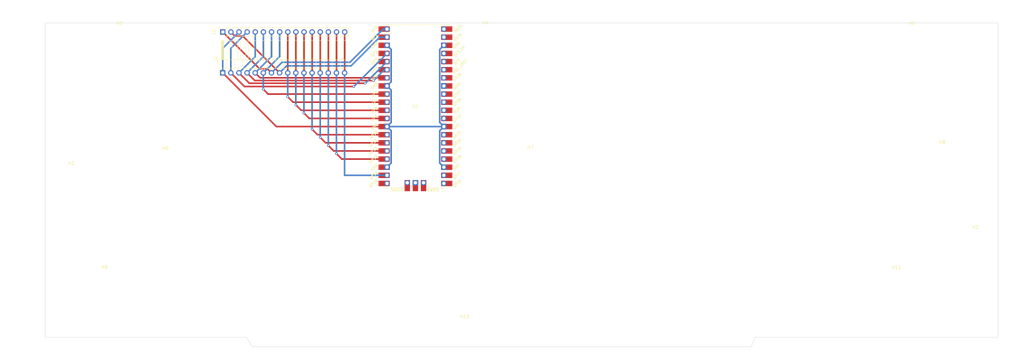
<source format=kicad_pcb>
(kicad_pcb (version 20221018) (generator pcbnew)
  (title_block (date "2023-06-10"))
  (layers (0 "F.Cu" signal) (31 "B.Cu" signal) (34 "B.Paste" user) (35 "F.Paste" user) (36 "B.SilkS" user "B.Silkscreen") (37 "F.SilkS" user "F.Silkscreen") (38 "B.Mask" user) (39 "F.Mask" user) (44 "Edge.Cuts" user))
  (net 0 "")
  (net 1 "PA0")
  (net 2 "PA1")
  (net 3 "GND")
  (net 4 "PA2")
  (net 5 "PA3")
  (net 6 "PA4")
  (net 7 "PA5")
  (net 8 "PA6")
  (net 9 "PB0")
  (net 10 "PB1")
  (net 11 "PB2")
  (net 12 "PB3")
  (net 13 "PB4")
  (net 14 "PB5")
  (net 15 "PB6")
  (net 16 "PB7")
  (footprint "MountingHole:MountingHole_3.2mm_M3" (layer "F.Cu") (at 189.357 201.295)
    (fp_text reference "H10" (at 0 -4.2) (layer "F.SilkS"))
    (fp_text value "MountingHole")
    (pad "" np_thru_hole circle locked (at 0 0) (size 3.2 3.2) (drill 3.2) (layers "*.Cu" "*.Mask"))
  )
  (footprint "MountingHole:MountingHole_3.2mm_M3" (layer "F.Cu") (at 209.9056 148.3614)
    (fp_text reference "H7" (at 0 -4.2) (layer "F.SilkS"))
    (fp_text value "MountingHole")
    (pad "" np_thru_hole circle locked (at 0 0) (size 3.2 3.2) (drill 3.2) (layers "*.Cu" "*.Mask"))
  )
  (footprint "MountingHole:MountingHole_3.2mm_M3" (layer "F.Cu") (at 81.407 109.5756)
    (fp_text reference "H3" (at 0 -4.2) (layer "F.SilkS"))
    (fp_text value "MountingHole")
    (pad "" np_thru_hole circle locked (at 0 0) (size 3.2 3.2) (drill 3.2) (layers "*.Cu" "*.Mask"))
  )
  (footprint "MountingHole:MountingHole_3.2mm_M3" (layer "F.Cu") (at 329.0824 109.5756)
    (fp_text reference "H5" (at 0 -4.2) (layer "F.SilkS"))
    (fp_text value "MountingHole")
    (pad "" np_thru_hole circle locked (at 0 0) (size 3.2 3.2) (drill 3.2) (layers "*.Cu" "*.Mask"))
  )
  (footprint "MountingHole:MountingHole_5.3mm_M5" (layer "F.Cu") (at 66.3796 155.432)
    (fp_text reference "H1" (at 0 -6.3) (layer "F.SilkS"))
    (fp_text value "MountingHole")
    (pad "" np_thru_hole circle locked (at 0 0) (size 5.3 5.3) (drill 5.3) (layers "*.Cu" "*.Mask"))
  )
  (footprint "pico:RPi_Pico_SMD_TH" (layer "F.Cu") (at 173.9646 131.3434)
    (fp_text reference "U1" (at 0 0) (layer "F.SilkS"))
    (fp_text value "Pico")
    (fp_text user "3V3" (at 12.9 -13.9 45) (layer "F.SilkS") (effects (font (size 0.8 0.8))))
    (fp_text user "GND" (at -12.8 6.35 45) (layer "F.SilkS") (effects (font (size 0.8 0.8))))
    (fp_text user "GP0" (at -12.8 -24.13 45) (layer "F.SilkS") (effects (font (size 0.8 0.8))))
    (fp_text user "GND" (at -12.8 19.05 45) (layer "F.SilkS") (effects (font (size 0.8 0.8))))
    (fp_text user "SWDIO" (at 5.6 26.2) (layer "F.SilkS") (effects (font (size 0.8 0.8))))
    (fp_text user "GP11" (at -13.2 11.43 45) (layer "F.SilkS") (effects (font (size 0.8 0.8))))
    (fp_text user "GP8" (at -12.8 1.27 45) (layer "F.SilkS") (effects (font (size 0.8 0.8))))
    (fp_text user "GP28" (at 13.054 -9.144 45) (layer "F.SilkS") (effects (font (size 0.8 0.8))))
    (fp_text user "GP14" (at -13.1 21.59 45) (layer "F.SilkS") (effects (font (size 0.8 0.8))))
    (fp_text user "VBUS" (at 13.3 -24.2 45) (layer "F.SilkS") (effects (font (size 0.8 0.8))))
    (fp_text user "GND" (at 12.8 6.35 45) (layer "F.SilkS") (effects (font (size 0.8 0.8))))
    (fp_text user "GP13" (at -13.054 16.51 45) (layer "F.SilkS") (effects (font (size 0.8 0.8))))
    (fp_text user "GND" (at 12.8 19.05 45) (layer "F.SilkS") (effects (font (size 0.8 0.8))))
    (fp_text user "GP1" (at -12.9 -21.6 45) (layer "F.SilkS") (effects (font (size 0.8 0.8))))
    (fp_text user "GP10" (at -13.054 8.89 45) (layer "F.SilkS") (effects (font (size 0.8 0.8))))
    (fp_text user "GP19" (at 13.054 13.97 45) (layer "F.SilkS") (effects (font (size 0.8 0.8))))
    (fp_text user "GP22" (at 13.054 3.81 45) (layer "F.SilkS") (effects (font (size 0.8 0.8))))
    (fp_text user "GP16" (at 13.054 24.13 45) (layer "F.SilkS") (effects (font (size 0.8 0.8))))
    (fp_text user "AGND" (at 13.054 -6.35 45) (layer "F.SilkS") (effects (font (size 0.8 0.8))))
    (fp_text user "GP7" (at -12.7 -1.3 45) (layer "F.SilkS") (effects (font (size 0.8 0.8))))
    (fp_text user "GND" (at 12.8 -19.05 45) (layer "F.SilkS") (effects (font (size 0.8 0.8))))
    (fp_text user "GP20" (at 13.054 11.43 45) (layer "F.SilkS") (effects (font (size 0.8 0.8))))
    (fp_text user "GP26" (at 13.054 -1.27 45) (layer "F.SilkS") (effects (font (size 0.8 0.8))))
    (fp_text user "GND" (at -12.8 -6.35 45) (layer "F.SilkS") (effects (font (size 0.8 0.8))))
    (fp_text user "VSYS" (at 13.2 -21.59 45) (layer "F.SilkS") (effects (font (size 0.8 0.8))))
    (fp_text user "3V3_EN" (at 13.7 -17.2 45) (layer "F.SilkS") (effects (font (size 0.8 0.8))))
    (fp_text user "GND" (at -12.8 -19.05 45) (layer "F.SilkS") (effects (font (size 0.8 0.8))))
    (fp_text user "GP6" (at -12.8 -3.81 45) (layer "F.SilkS") (effects (font (size 0.8 0.8))))
    (fp_text user "GP9" (at -12.8 3.81 45) (layer "F.SilkS") (effects (font (size 0.8 0.8))))
    (fp_text user "GP21" (at 13.054 8.9 45) (layer "F.SilkS") (effects (font (size 0.8 0.8))))
    (fp_text user "GP12" (at -13.2 13.97 45) (layer "F.SilkS") (effects (font (size 0.8 0.8))))
    (fp_text user "GP15" (at -13.054 24.13 45) (layer "F.SilkS") (effects (font (size 0.8 0.8))))
    (fp_text user "ADC_VREF" (at 14 -12.5 45) (layer "F.SilkS") (effects (font (size 0.8 0.8))))
    (fp_text user "GP18" (at 13.054 16.51 45) (layer "F.SilkS") (effects (font (size 0.8 0.8))))
    (fp_text user "GP4" (at -12.8 -11.43 45) (layer "F.SilkS") (effects (font (size 0.8 0.8))))
    (fp_text user "GP3" (at -12.8 -13.97 45) (layer "F.SilkS") (effects (font (size 0.8 0.8))))
    (fp_text user "GP2" (at -12.9 -16.51 45) (layer "F.SilkS") (effects (font (size 0.8 0.8))))
    (fp_text user "GP27" (at 13.054 -3.8 45) (layer "F.SilkS") (effects (font (size 0.8 0.8))))
    (fp_text user "SWCLK" (at -5.7 26.2) (layer "F.SilkS") (effects (font (size 0.8 0.8))))
    (fp_text user "GP5" (at -12.8 -8.89 45) (layer "F.SilkS") (effects (font (size 0.8 0.8))))
    (fp_text user "RUN" (at 13 1.27 45) (layer "F.SilkS") (effects (font (size 0.8 0.8))))
    (fp_text user "GP17" (at 13.054 21.59 45) (layer "F.SilkS") (effects (font (size 0.8 0.8))))
    (fp_line (start -10.5 -25.5) (end -10.5 -25.2) (stroke (width 0.12)) (layer "F.SilkS"))
    (fp_line (start -10.5 -25.5) (end 10.5 -25.5) (stroke (width 0.12)) (layer "F.SilkS"))
    (fp_line (start -10.5 -23.1) (end -10.5 -22.7) (stroke (width 0.12)) (layer "F.SilkS"))
    (fp_line (start -10.5 -22.833) (end -7.493 -22.833) (stroke (width 0.12)) (layer "F.SilkS"))
    (fp_line (start -10.5 -20.5) (end -10.5 -20.1) (stroke (width 0.12)) (layer "F.SilkS"))
    (fp_line (start -10.5 -18) (end -10.5 -17.6) (stroke (width 0.12)) (layer "F.SilkS"))
    (fp_line (start -10.5 -15.4) (end -10.5 -15) (stroke (width 0.12)) (layer "F.SilkS"))
    (fp_line (start -10.5 -12.9) (end -10.5 -12.5) (stroke (width 0.12)) (layer "F.SilkS"))
    (fp_line (start -10.5 -10.4) (end -10.5 -10) (stroke (width 0.12)) (layer "F.SilkS"))
    (fp_line (start -10.5 -7.8) (end -10.5 -7.4) (stroke (width 0.12)) (layer "F.SilkS"))
    (fp_line (start -10.5 -5.3) (end -10.5 -4.9) (stroke (width 0.12)) (layer "F.SilkS"))
    (fp_line (start -10.5 -2.7) (end -10.5 -2.3) (stroke (width 0.12)) (layer "F.SilkS"))
    (fp_line (start -10.5 -0.2) (end -10.5 0.2) (stroke (width 0.12)) (layer "F.SilkS"))
    (fp_line (start -10.5 2.3) (end -10.5 2.7) (stroke (width 0.12)) (layer "F.SilkS"))
    (fp_line (start -10.5 4.9) (end -10.5 5.3) (stroke (width 0.12)) (layer "F.SilkS"))
    (fp_line (start -10.5 7.4) (end -10.5 7.8) (stroke (width 0.12)) (layer "F.SilkS"))
    (fp_line (start -10.5 10) (end -10.5 10.4) (stroke (width 0.12)) (layer "F.SilkS"))
    (fp_line (start -10.5 12.5) (end -10.5 12.9) (stroke (width 0.12)) (layer "F.SilkS"))
    (fp_line (start -10.5 15.1) (end -10.5 15.5) (stroke (width 0.12)) (layer "F.SilkS"))
    (fp_line (start -10.5 17.6) (end -10.5 18) (stroke (width 0.12)) (layer "F.SilkS"))
    (fp_line (start -10.5 20.1) (end -10.5 20.5) (stroke (width 0.12)) (layer "F.SilkS"))
    (fp_line (start -10.5 22.7) (end -10.5 23.1) (stroke (width 0.12)) (layer "F.SilkS"))
    (fp_line (start -7.493 -22.833) (end -7.493 -25.5) (stroke (width 0.12)) (layer "F.SilkS"))
    (fp_line (start -3.7 25.5) (end -10.5 25.5) (stroke (width 0.12)) (layer "F.SilkS"))
    (fp_line (start -1.5 25.5) (end -1.1 25.5) (stroke (width 0.12)) (layer "F.SilkS"))
    (fp_line (start 1.1 25.5) (end 1.5 25.5) (stroke (width 0.12)) (layer "F.SilkS"))
    (fp_line (start 10.5 -25.5) (end 10.5 -25.2) (stroke (width 0.12)) (layer "F.SilkS"))
    (fp_line (start 10.5 -23.1) (end 10.5 -22.7) (stroke (width 0.12)) (layer "F.SilkS"))
    (fp_line (start 10.5 -20.5) (end 10.5 -20.1) (stroke (width 0.12)) (layer "F.SilkS"))
    (fp_line (start 10.5 -18) (end 10.5 -17.6) (stroke (width 0.12)) (layer "F.SilkS"))
    (fp_line (start 10.5 -15.4) (end 10.5 -15) (stroke (width 0.12)) (layer "F.SilkS"))
    (fp_line (start 10.5 -12.9) (end 10.5 -12.5) (stroke (width 0.12)) (layer "F.SilkS"))
    (fp_line (start 10.5 -10.4) (end 10.5 -10) (stroke (width 0.12)) (layer "F.SilkS"))
    (fp_line (start 10.5 -7.8) (end 10.5 -7.4) (stroke (width 0.12)) (layer "F.SilkS"))
    (fp_line (start 10.5 -5.3) (end 10.5 -4.9) (stroke (width 0.12)) (layer "F.SilkS"))
    (fp_line (start 10.5 -2.7) (end 10.5 -2.3) (stroke (width 0.12)) (layer "F.SilkS"))
    (fp_line (start 10.5 -0.2) (end 10.5 0.2) (stroke (width 0.12)) (layer "F.SilkS"))
    (fp_line (start 10.5 2.3) (end 10.5 2.7) (stroke (width 0.12)) (layer "F.SilkS"))
    (fp_line (start 10.5 4.9) (end 10.5 5.3) (stroke (width 0.12)) (layer "F.SilkS"))
    (fp_line (start 10.5 7.4) (end 10.5 7.8) (stroke (width 0.12)) (layer "F.SilkS"))
    (fp_line (start 10.5 10) (end 10.5 10.4) (stroke (width 0.12)) (layer "F.SilkS"))
    (fp_line (start 10.5 12.5) (end 10.5 12.9) (stroke (width 0.12)) (layer "F.SilkS"))
    (fp_line (start 10.5 15.1) (end 10.5 15.5) (stroke (width 0.12)) (layer "F.SilkS"))
    (fp_line (start 10.5 17.6) (end 10.5 18) (stroke (width 0.12)) (layer "F.SilkS"))
    (fp_line (start 10.5 20.1) (end 10.5 20.5) (stroke (width 0.12)) (layer "F.SilkS"))
    (fp_line (start 10.5 22.7) (end 10.5 23.1) (stroke (width 0.12)) (layer "F.SilkS"))
    (fp_line (start 10.5 25.5) (end 3.7 25.5) (stroke (width 0.12)) (layer "F.SilkS"))
    (pad "" np_thru_hole oval (at -2.725 -24) (size 1.8 1.8) (drill 1.8) (layers "*.Cu" "*.Mask"))
    (pad "" np_thru_hole oval (at -2.425 -20.97) (size 1.5 1.5) (drill 1.5) (layers "*.Cu" "*.Mask"))
    (pad "" np_thru_hole oval (at 2.425 -20.97) (size 1.5 1.5) (drill 1.5) (layers "*.Cu" "*.Mask"))
    (pad "" np_thru_hole oval (at 2.725 -24) (size 1.8 1.8) (drill 1.8) (layers "*.Cu" "*.Mask"))
    (pad "1" thru_hole oval (at -8.89 -24.13) (size 1.7 1.7) (drill 1.02) (layers "*.Cu" "*.Mask") (net 1 "PA0"))
    (pad "1" smd rect (at -8.89 -24.13) (size 3.5 1.7) (drill (offset -0.9 0)) (layers "F.Cu" "F.Mask") (net 1 "PA0"))
    (pad "2" thru_hole oval (at -8.89 -21.59) (size 1.7 1.7) (drill 1.02) (layers "*.Cu" "*.Mask") (net 2 "PA1"))
    (pad "2" smd rect (at -8.89 -21.59) (size 3.5 1.7) (drill (offset -0.9 0)) (layers "F.Cu" "F.Mask") (net 2 "PA1"))
    (pad "3" thru_hole rect (at -8.89 -19.05) (size 1.7 1.7) (drill 1.02) (layers "*.Cu" "*.Mask") (net 3 "GND"))
    (pad "3" smd rect (at -8.89 -19.05) (size 3.5 1.7) (drill (offset -0.9 0)) (layers "F.Cu" "F.Mask") (net 3 "GND"))
    (pad "4" thru_hole oval (at -8.89 -16.51) (size 1.7 1.7) (drill 1.02) (layers "*.Cu" "*.Mask") (net 4 "PA2"))
    (pad "4" smd rect (at -8.89 -16.51) (size 3.5 1.7) (drill (offset -0.9 0)) (layers "F.Cu" "F.Mask") (net 4 "PA2"))
    (pad "5" thru_hole oval (at -8.89 -13.97) (size 1.7 1.7) (drill 1.02) (layers "*.Cu" "*.Mask") (net 5 "PA3"))
    (pad "5" smd rect (at -8.89 -13.97) (size 3.5 1.7) (drill (offset -0.9 0)) (layers "F.Cu" "F.Mask") (net 5 "PA3"))
    (pad "6" thru_hole oval (at -8.89 -11.43) (size 1.7 1.7) (drill 1.02) (layers "*.Cu" "*.Mask") (net 6 "PA4"))
    (pad "6" smd rect (at -8.89 -11.43) (size 3.5 1.7) (drill (offset -0.9 0)) (layers "F.Cu" "F.Mask") (net 6 "PA4"))
    (pad "7" thru_hole oval (at -8.89 -8.89) (size 1.7 1.7) (drill 1.02) (layers "*.Cu" "*.Mask") (net 7 "PA5"))
    (pad "7" smd rect (at -8.89 -8.89) (size 3.5 1.7) (drill (offset -0.9 0)) (layers "F.Cu" "F.Mask") (net 7 "PA5"))
    (pad "8" thru_hole rect (at -8.89 -6.35) (size 1.7 1.7) (drill 1.02) (layers "*.Cu" "*.Mask") (net 3 "GND"))
    (pad "8" smd rect (at -8.89 -6.35) (size 3.5 1.7) (drill (offset -0.9 0)) (layers "F.Cu" "F.Mask") (net 3 "GND"))
    (pad "9" thru_hole oval (at -8.89 -3.81) (size 1.7 1.7) (drill 1.02) (layers "*.Cu" "*.Mask") (net 8 "PA6"))
    (pad "9" smd rect (at -8.89 -3.81) (size 3.5 1.7) (drill (offset -0.9 0)) (layers "F.Cu" "F.Mask") (net 8 "PA6"))
    (pad "10" thru_hole oval (at -8.89 -1.27) (size 1.7 1.7) (drill 1.02) (layers "*.Cu" "*.Mask") (net 9 "PB0"))
    (pad "10" smd rect (at -8.89 -1.27) (size 3.5 1.7) (drill (offset -0.9 0)) (layers "F.Cu" "F.Mask") (net 9 "PB0"))
    (pad "11" thru_hole oval (at -8.89 1.27) (size 1.7 1.7) (drill 1.02) (layers "*.Cu" "*.Mask") (net 10 "PB1"))
    (pad "11" smd rect (at -8.89 1.27) (size 3.5 1.7) (drill (offset -0.9 0)) (layers "F.Cu" "F.Mask") (net 10 "PB1"))
    (pad "12" thru_hole oval (at -8.89 3.81) (size 1.7 1.7) (drill 1.02) (layers "*.Cu" "*.Mask") (net 11 "PB2"))
    (pad "12" smd rect (at -8.89 3.81) (size 3.5 1.7) (drill (offset -0.9 0)) (layers "F.Cu" "F.Mask") (net 11 "PB2"))
    (pad "13" thru_hole rect (at -8.89 6.35) (size 1.7 1.7) (drill 1.02) (layers "*.Cu" "*.Mask") (net 3 "GND"))
    (pad "13" smd rect (at -8.89 6.35) (size 3.5 1.7) (drill (offset -0.9 0)) (layers "F.Cu" "F.Mask") (net 3 "GND"))
    (pad "14" thru_hole oval (at -8.89 8.89) (size 1.7 1.7) (drill 1.02) (layers "*.Cu" "*.Mask") (net 12 "PB3"))
    (pad "14" smd rect (at -8.89 8.89) (size 3.5 1.7) (drill (offset -0.9 0)) (layers "F.Cu" "F.Mask") (net 12 "PB3"))
    (pad "15" thru_hole oval (at -8.89 11.43) (size 1.7 1.7) (drill 1.02) (layers "*.Cu" "*.Mask") (net 13 "PB4"))
    (pad "15" smd rect (at -8.89 11.43) (size 3.5 1.7) (drill (offset -0.9 0)) (layers "F.Cu" "F.Mask") (net 13 "PB4"))
    (pad "16" thru_hole oval (at -8.89 13.97) (size 1.7 1.7) (drill 1.02) (layers "*.Cu" "*.Mask") (net 14 "PB5"))
    (pad "16" smd rect (at -8.89 13.97) (size 3.5 1.7) (drill (offset -0.9 0)) (layers "F.Cu" "F.Mask") (net 14 "PB5"))
    (pad "17" thru_hole oval (at -8.89 16.51) (size 1.7 1.7) (drill 1.02) (layers "*.Cu" "*.Mask") (net 15 "PB6"))
    (pad "17" smd rect (at -8.89 16.51) (size 3.5 1.7) (drill (offset -0.9 0)) (layers "F.Cu" "F.Mask") (net 15 "PB6"))
    (pad "18" thru_hole rect (at -8.89 19.05) (size 1.7 1.7) (drill 1.02) (layers "*.Cu" "*.Mask") (net 3 "GND"))
    (pad "18" smd rect (at -8.89 19.05) (size 3.5 1.7) (drill (offset -0.9 0)) (layers "F.Cu" "F.Mask") (net 3 "GND"))
    (pad "19" thru_hole oval (at -8.89 21.59) (size 1.7 1.7) (drill 1.02) (layers "*.Cu" "*.Mask") (net 16 "PB7"))
    (pad "19" smd rect (at -8.89 21.59) (size 3.5 1.7) (drill (offset -0.9 0)) (layers "F.Cu" "F.Mask") (net 16 "PB7"))
    (pad "20" thru_hole oval (at -8.89 24.13) (size 1.7 1.7) (drill 1.02) (layers "*.Cu" "*.Mask"))
    (pad "20" smd rect (at -8.89 24.13) (size 3.5 1.7) (drill (offset -0.9 0)) (layers "F.Cu" "F.Mask"))
    (pad "21" thru_hole oval (at 8.89 24.13) (size 1.7 1.7) (drill 1.02) (layers "*.Cu" "*.Mask"))
    (pad "21" smd rect (at 8.89 24.13) (size 3.5 1.7) (drill (offset 0.9 0)) (layers "F.Cu" "F.Mask"))
    (pad "22" thru_hole oval (at 8.89 21.59) (size 1.7 1.7) (drill 1.02) (layers "*.Cu" "*.Mask"))
    (pad "22" smd rect (at 8.89 21.59) (size 3.5 1.7) (drill (offset 0.9 0)) (layers "F.Cu" "F.Mask"))
    (pad "23" thru_hole rect (at 8.89 19.05) (size 1.7 1.7) (drill 1.02) (layers "*.Cu" "*.Mask") (net 3 "GND"))
    (pad "23" smd rect (at 8.89 19.05) (size 3.5 1.7) (drill (offset 0.9 0)) (layers "F.Cu" "F.Mask") (net 3 "GND"))
    (pad "24" thru_hole oval (at 8.89 16.51) (size 1.7 1.7) (drill 1.02) (layers "*.Cu" "*.Mask"))
    (pad "24" smd rect (at 8.89 16.51) (size 3.5 1.7) (drill (offset 0.9 0)) (layers "F.Cu" "F.Mask"))
    (pad "25" thru_hole oval (at 8.89 13.97) (size 1.7 1.7) (drill 1.02) (layers "*.Cu" "*.Mask"))
    (pad "25" smd rect (at 8.89 13.97) (size 3.5 1.7) (drill (offset 0.9 0)) (layers "F.Cu" "F.Mask"))
    (pad "26" thru_hole oval (at 8.89 11.43) (size 1.7 1.7) (drill 1.02) (layers "*.Cu" "*.Mask"))
    (pad "26" smd rect (at 8.89 11.43) (size 3.5 1.7) (drill (offset 0.9 0)) (layers "F.Cu" "F.Mask"))
    (pad "27" thru_hole oval (at 8.89 8.89) (size 1.7 1.7) (drill 1.02) (layers "*.Cu" "*.Mask"))
    (pad "27" smd rect (at 8.89 8.89) (size 3.5 1.7) (drill (offset 0.9 0)) (layers "F.Cu" "F.Mask"))
    (pad "28" thru_hole rect (at 8.89 6.35) (size 1.7 1.7) (drill 1.02) (layers "*.Cu" "*.Mask") (net 3 "GND"))
    (pad "28" smd rect (at 8.89 6.35) (size 3.5 1.7) (drill (offset 0.9 0)) (layers "F.Cu" "F.Mask") (net 3 "GND"))
    (pad "29" thru_hole oval (at 8.89 3.81) (size 1.7 1.7) (drill 1.02) (layers "*.Cu" "*.Mask"))
    (pad "29" smd rect (at 8.89 3.81) (size 3.5 1.7) (drill (offset 0.9 0)) (layers "F.Cu" "F.Mask"))
    (pad "30" thru_hole oval (at 8.89 1.27) (size 1.7 1.7) (drill 1.02) (layers "*.Cu" "*.Mask"))
    (pad "30" smd rect (at 8.89 1.27) (size 3.5 1.7) (drill (offset 0.9 0)) (layers "F.Cu" "F.Mask"))
    (pad "31" thru_hole oval (at 8.89 -1.27) (size 1.7 1.7) (drill 1.02) (layers "*.Cu" "*.Mask"))
    (pad "31" smd rect (at 8.89 -1.27) (size 3.5 1.7) (drill (offset 0.9 0)) (layers "F.Cu" "F.Mask"))
    (pad "32" thru_hole oval (at 8.89 -3.81) (size 1.7 1.7) (drill 1.02) (layers "*.Cu" "*.Mask"))
    (pad "32" smd rect (at 8.89 -3.81) (size 3.5 1.7) (drill (offset 0.9 0)) (layers "F.Cu" "F.Mask"))
    (pad "33" thru_hole rect (at 8.89 -6.35) (size 1.7 1.7) (drill 1.02) (layers "*.Cu" "*.Mask"))
    (pad "33" smd rect (at 8.89 -6.35) (size 3.5 1.7) (drill (offset 0.9 0)) (layers "F.Cu" "F.Mask"))
    (pad "34" thru_hole oval (at 8.89 -8.89) (size 1.7 1.7) (drill 1.02) (layers "*.Cu" "*.Mask"))
    (pad "34" smd rect (at 8.89 -8.89) (size 3.5 1.7) (drill (offset 0.9 0)) (layers "F.Cu" "F.Mask"))
    (pad "35" thru_hole oval (at 8.89 -11.43) (size 1.7 1.7) (drill 1.02) (layers "*.Cu" "*.Mask"))
    (pad "35" smd rect (at 8.89 -11.43) (size 3.5 1.7) (drill (offset 0.9 0)) (layers "F.Cu" "F.Mask"))
    (pad "36" thru_hole oval (at 8.89 -13.97) (size 1.7 1.7) (drill 1.02) (layers "*.Cu" "*.Mask"))
    (pad "36" smd rect (at 8.89 -13.97) (size 3.5 1.7) (drill (offset 0.9 0)) (layers "F.Cu" "F.Mask"))
    (pad "37" thru_hole oval (at 8.89 -16.51) (size 1.7 1.7) (drill 1.02) (layers "*.Cu" "*.Mask"))
    (pad "37" smd rect (at 8.89 -16.51) (size 3.5 1.7) (drill (offset 0.9 0)) (layers "F.Cu" "F.Mask"))
    (pad "38" thru_hole rect (at 8.89 -19.05) (size 1.7 1.7) (drill 1.02) (layers "*.Cu" "*.Mask") (net 3 "GND"))
    (pad "38" smd rect (at 8.89 -19.05) (size 3.5 1.7) (drill (offset 0.9 0)) (layers "F.Cu" "F.Mask") (net 3 "GND"))
    (pad "39" thru_hole oval (at 8.89 -21.59) (size 1.7 1.7) (drill 1.02) (layers "*.Cu" "*.Mask"))
    (pad "39" smd rect (at 8.89 -21.59) (size 3.5 1.7) (drill (offset 0.9 0)) (layers "F.Cu" "F.Mask"))
    (pad "40" thru_hole oval (at 8.89 -24.13) (size 1.7 1.7) (drill 1.02) (layers "*.Cu" "*.Mask"))
    (pad "40" smd rect (at 8.89 -24.13) (size 3.5 1.7) (drill (offset 0.9 0)) (layers "F.Cu" "F.Mask"))
    (pad "41" thru_hole oval (at -2.54 23.9) (size 1.7 1.7) (drill 1.02) (layers "*.Cu" "*.Mask"))
    (pad "41" smd rect (at -2.54 23.9 90) (size 3.5 1.7) (drill (offset -0.9 0)) (layers "F.Cu" "F.Mask"))
    (pad "42" thru_hole rect (at 0 23.9) (size 1.7 1.7) (drill 1.02) (layers "*.Cu" "*.Mask"))
    (pad "42" smd rect (at 0 23.9 90) (size 3.5 1.7) (drill (offset -0.9 0)) (layers "F.Cu" "F.Mask"))
    (pad "43" thru_hole oval (at 2.54 23.9) (size 1.7 1.7) (drill 1.02) (layers "*.Cu" "*.Mask"))
    (pad "43" smd rect (at 2.54 23.9 90) (size 3.5 1.7) (drill (offset -0.9 0)) (layers "F.Cu" "F.Mask"))
  )
  (footprint "MountingHole:MountingHole_3.2mm_M3" (layer "F.Cu") (at 338.6074 146.7612)
    (fp_text reference "H8" (at 0 -4.2) (layer "F.SilkS"))
    (fp_text value "MountingHole")
    (pad "" np_thru_hole circle locked (at 0 0) (size 3.2 3.2) (drill 3.2) (layers "*.Cu" "*.Mask"))
  )
  (footprint "MountingHole:MountingHole_3.2mm_M3" (layer "F.Cu") (at 95.732 148.6662)
    (fp_text reference "H6" (at 0 -4.2) (layer "F.SilkS"))
    (fp_text value "MountingHole")
    (pad "" np_thru_hole circle locked (at 0 0) (size 3.2 3.2) (drill 3.2) (layers "*.Cu" "*.Mask"))
  )
  (footprint "MountingHole:MountingHole_5.3mm_M5" (layer "F.Cu") (at 349 175.4726)
    (fp_text reference "H2" (at 0 -6.3) (layer "F.SilkS"))
    (fp_text value "MountingHole")
    (pad "" np_thru_hole circle locked (at 0 0) (size 5.3 5.3) (drill 5.3) (layers "*.Cu" "*.Mask"))
  )
  (footprint "MountingHole:MountingHole_3.2mm_M3" (layer "F.Cu") (at 195.707 109.4994)
    (fp_text reference "H4" (at 0 -4.2) (layer "F.SilkS"))
    (fp_text value "MountingHole")
    (pad "" np_thru_hole circle locked (at 0 0) (size 3.2 3.2) (drill 3.2) (layers "*.Cu" "*.Mask"))
  )
  (footprint "Connector_PinSocket_2.54mm:PinSocket_1x16_P2.54mm_Vertical" (layer "F.Cu") (at 113.7412 108.1278 90)
    (fp_text reference "J1" (at 0 -2.77 90) (layer "F.SilkS"))
    (fp_text value "DRAGON_CONNECTION")
    (fp_line (start -1.33 1.27) (end -1.33 39.43) (stroke (width 0.12)) (layer "F.SilkS"))
    (fp_line (start -1.33 1.27) (end 1.33 1.27) (stroke (width 0.12)) (layer "F.SilkS"))
    (fp_line (start -1.33 39.43) (end 1.33 39.43) (stroke (width 0.12)) (layer "F.SilkS"))
    (fp_line (start 0 -1.33) (end 1.33 -1.33) (stroke (width 0.12)) (layer "F.SilkS"))
    (fp_line (start 1.33 -1.33) (end 1.33 0) (stroke (width 0.12)) (layer "F.SilkS"))
    (fp_line (start 1.33 1.27) (end 1.33 39.43) (stroke (width 0.12)) (layer "F.SilkS"))
    (pad "1" thru_hole rect locked (at 0 0 90) (size 1.7 1.7) (drill 1) (layers "*.Cu" "*.Mask") (net 1 "PA0"))
    (pad "2" thru_hole oval locked (at 0 2.54 90) (size 1.7 1.7) (drill 1) (layers "*.Cu" "*.Mask") (net 2 "PA1"))
    (pad "3" thru_hole oval locked (at 0 5.08 90) (size 1.7 1.7) (drill 1) (layers "*.Cu" "*.Mask") (net 3 "GND"))
    (pad "4" thru_hole oval locked (at 0 7.62 90) (size 1.7 1.7) (drill 1) (layers "*.Cu" "*.Mask") (net 4 "PA2"))
    (pad "5" thru_hole oval locked (at 0 10.16 90) (size 1.7 1.7) (drill 1) (layers "*.Cu" "*.Mask") (net 5 "PA3"))
    (pad "6" thru_hole oval locked (at 0 12.7 90) (size 1.7 1.7) (drill 1) (layers "*.Cu" "*.Mask") (net 6 "PA4"))
    (pad "7" thru_hole oval locked (at 0 15.24 90) (size 1.7 1.7) (drill 1) (layers "*.Cu" "*.Mask") (net 7 "PA5"))
    (pad "8" thru_hole oval locked (at 0 17.78 90) (size 1.7 1.7) (drill 1) (layers "*.Cu" "*.Mask") (net 8 "PA6"))
    (pad "9" thru_hole oval locked (at 0 20.32 90) (size 1.7 1.7) (drill 1) (layers "*.Cu" "*.Mask") (net 9 "PB0"))
    (pad "10" thru_hole oval locked (at 0 22.86 90) (size 1.7 1.7) (drill 1) (layers "*.Cu" "*.Mask") (net 10 "PB1"))
    (pad "11" thru_hole oval locked (at 0 25.4 90) (size 1.7 1.7) (drill 1) (layers "*.Cu" "*.Mask") (net 11 "PB2"))
    (pad "12" thru_hole oval locked (at 0 27.94 90) (size 1.7 1.7) (drill 1) (layers "*.Cu" "*.Mask") (net 12 "PB3"))
    (pad "13" thru_hole oval locked (at 0 30.48 90) (size 1.7 1.7) (drill 1) (layers "*.Cu" "*.Mask") (net 13 "PB4"))
    (pad "14" thru_hole oval locked (at 0 33.02 90) (size 1.7 1.7) (drill 1) (layers "*.Cu" "*.Mask") (net 14 "PB5"))
    (pad "15" thru_hole oval locked (at 0 35.56 90) (size 1.7 1.7) (drill 1) (layers "*.Cu" "*.Mask") (net 15 "PB6"))
    (pad "16" thru_hole oval locked (at 0 38.1 90) (size 1.7 1.7) (drill 1) (layers "*.Cu" "*.Mask") (net 16 "PB7"))
  )
  (footprint "Connector_PinHeader_2.54mm:PinHeader_1x16_P2.54mm_Horizontal" (layer "F.Cu") (at 113.7158 120.904 90)
    (fp_text reference "J2" (at 4.385 -2.27 90) (layer "F.SilkS"))
    (fp_text value "COCO_CONNECTION" hide)
    (fp_line (start -1.27 -1.27) (end 0 -1.27) (stroke (width 0.12)) (layer "F.SilkS"))
    (fp_line (start -1.27 0) (end -1.27 -1.27) (stroke (width 0.12)) (layer "F.SilkS"))
    (fp_line (start 1.042929 2.16) (end 1.44 2.16) (stroke (width 0.12)) (layer "F.SilkS"))
    (fp_line (start 1.042929 2.92) (end 1.44 2.92) (stroke (width 0.12)) (layer "F.SilkS"))
    (fp_line (start 1.042929 4.7) (end 1.44 4.7) (stroke (width 0.12)) (layer "F.SilkS"))
    (fp_line (start 1.042929 5.46) (end 1.44 5.46) (stroke (width 0.12)) (layer "F.SilkS"))
    (fp_line (start 1.042929 7.24) (end 1.44 7.24) (stroke (width 0.12)) (layer "F.SilkS"))
    (fp_line (start 1.042929 8) (end 1.44 8) (stroke (width 0.12)) (layer "F.SilkS"))
    (fp_line (start 1.042929 9.78) (end 1.44 9.78) (stroke (width 0.12)) (layer "F.SilkS"))
    (fp_line (start 1.042929 10.54) (end 1.44 10.54) (stroke (width 0.12)) (layer "F.SilkS"))
    (fp_line (start 1.042929 12.32) (end 1.44 12.32) (stroke (width 0.12)) (layer "F.SilkS"))
    (fp_line (start 1.042929 13.08) (end 1.44 13.08) (stroke (width 0.12)) (layer "F.SilkS"))
    (fp_line (start 1.042929 14.86) (end 1.44 14.86) (stroke (width 0.12)) (layer "F.SilkS"))
    (fp_line (start 1.042929 15.62) (end 1.44 15.62) (stroke (width 0.12)) (layer "F.SilkS"))
    (fp_line (start 1.042929 17.4) (end 1.44 17.4) (stroke (width 0.12)) (layer "F.SilkS"))
    (fp_line (start 1.042929 18.16) (end 1.44 18.16) (stroke (width 0.12)) (layer "F.SilkS"))
    (fp_line (start 1.042929 19.94) (end 1.44 19.94) (stroke (width 0.12)) (layer "F.SilkS"))
    (fp_line (start 1.042929 20.7) (end 1.44 20.7) (stroke (width 0.12)) (layer "F.SilkS"))
    (fp_line (start 1.042929 22.48) (end 1.44 22.48) (stroke (width 0.12)) (layer "F.SilkS"))
    (fp_line (start 1.042929 23.24) (end 1.44 23.24) (stroke (width 0.12)) (layer "F.SilkS"))
    (fp_line (start 1.042929 25.02) (end 1.44 25.02) (stroke (width 0.12)) (layer "F.SilkS"))
    (fp_line (start 1.042929 25.78) (end 1.44 25.78) (stroke (width 0.12)) (layer "F.SilkS"))
    (fp_line (start 1.042929 27.56) (end 1.44 27.56) (stroke (width 0.12)) (layer "F.SilkS"))
    (fp_line (start 1.042929 28.32) (end 1.44 28.32) (stroke (width 0.12)) (layer "F.SilkS"))
    (fp_line (start 1.042929 30.1) (end 1.44 30.1) (stroke (width 0.12)) (layer "F.SilkS"))
    (fp_line (start 1.042929 30.86) (end 1.44 30.86) (stroke (width 0.12)) (layer "F.SilkS"))
    (fp_line (start 1.042929 32.64) (end 1.44 32.64) (stroke (width 0.12)) (layer "F.SilkS"))
    (fp_line (start 1.042929 33.4) (end 1.44 33.4) (stroke (width 0.12)) (layer "F.SilkS"))
    (fp_line (start 1.042929 35.18) (end 1.44 35.18) (stroke (width 0.12)) (layer "F.SilkS"))
    (fp_line (start 1.042929 35.94) (end 1.44 35.94) (stroke (width 0.12)) (layer "F.SilkS"))
    (fp_line (start 1.042929 37.72) (end 1.44 37.72) (stroke (width 0.12)) (layer "F.SilkS"))
    (fp_line (start 1.042929 38.48) (end 1.44 38.48) (stroke (width 0.12)) (layer "F.SilkS"))
    (fp_line (start 1.11 -0.38) (end 1.44 -0.38) (stroke (width 0.12)) (layer "F.SilkS"))
    (fp_line (start 1.11 0.38) (end 1.44 0.38) (stroke (width 0.12)) (layer "F.SilkS"))
    (fp_line (start 1.44 -1.33) (end 1.44 39.43) (stroke (width 0.12)) (layer "F.SilkS"))
    (fp_line (start 1.44 1.27) (end 4.1 1.27) (stroke (width 0.12)) (layer "F.SilkS"))
    (fp_line (start 1.44 3.81) (end 4.1 3.81) (stroke (width 0.12)) (layer "F.SilkS"))
    (fp_line (start 1.44 6.35) (end 4.1 6.35) (stroke (width 0.12)) (layer "F.SilkS"))
    (fp_line (start 1.44 8.89) (end 4.1 8.89) (stroke (width 0.12)) (layer "F.SilkS"))
    (fp_line (start 1.44 11.43) (end 4.1 11.43) (stroke (width 0.12)) (layer "F.SilkS"))
    (fp_line (start 1.44 13.97) (end 4.1 13.97) (stroke (width 0.12)) (layer "F.SilkS"))
    (fp_line (start 1.44 16.51) (end 4.1 16.51) (stroke (width 0.12)) (layer "F.SilkS"))
    (fp_line (start 1.44 19.05) (end 4.1 19.05) (stroke (width 0.12)) (layer "F.SilkS"))
    (fp_line (start 1.44 21.59) (end 4.1 21.59) (stroke (width 0.12)) (layer "F.SilkS"))
    (fp_line (start 1.44 24.13) (end 4.1 24.13) (stroke (width 0.12)) (layer "F.SilkS"))
    (fp_line (start 1.44 26.67) (end 4.1 26.67) (stroke (width 0.12)) (layer "F.SilkS"))
    (fp_line (start 1.44 29.21) (end 4.1 29.21) (stroke (width 0.12)) (layer "F.SilkS"))
    (fp_line (start 1.44 31.75) (end 4.1 31.75) (stroke (width 0.12)) (layer "F.SilkS"))
    (fp_line (start 1.44 34.29) (end 4.1 34.29) (stroke (width 0.12)) (layer "F.SilkS"))
    (fp_line (start 1.44 36.83) (end 4.1 36.83) (stroke (width 0.12)) (layer "F.SilkS"))
    (fp_line (start 1.44 39.43) (end 4.1 39.43) (stroke (width 0.12)) (layer "F.SilkS"))
    (fp_line (start 4.1 -1.33) (end 1.44 -1.33) (stroke (width 0.12)) (layer "F.SilkS"))
    (fp_line (start 4.1 -0.38) (end 10.1 -0.38) (stroke (width 0.12)) (layer "F.SilkS"))
    (fp_line (start 4.1 -0.32) (end 10.1 -0.32) (stroke (width 0.12)) (layer "F.SilkS"))
    (fp_line (start 4.1 -0.2) (end 10.1 -0.2) (stroke (width 0.12)) (layer "F.SilkS"))
    (fp_line (start 4.1 -0.08) (end 10.1 -0.08) (stroke (width 0.12)) (layer "F.SilkS"))
    (fp_line (start 4.1 0.04) (end 10.1 0.04) (stroke (width 0.12)) (layer "F.SilkS"))
    (fp_line (start 4.1 0.16) (end 10.1 0.16) (stroke (width 0.12)) (layer "F.SilkS"))
    (fp_line (start 4.1 0.28) (end 10.1 0.28) (stroke (width 0.12)) (layer "F.SilkS"))
    (fp_line (start 4.1 2.16) (end 10.1 2.16) (stroke (width 0.12)) (layer "F.SilkS"))
    (fp_line (start 4.1 4.7) (end 10.1 4.7) (stroke (width 0.12)) (layer "F.SilkS"))
    (fp_line (start 4.1 7.24) (end 10.1 7.24) (stroke (width 0.12)) (layer "F.SilkS"))
    (fp_line (start 4.1 9.78) (end 10.1 9.78) (stroke (width 0.12)) (layer "F.SilkS"))
    (fp_line (start 4.1 12.32) (end 10.1 12.32) (stroke (width 0.12)) (layer "F.SilkS"))
    (fp_line (start 4.1 14.86) (end 10.1 14.86) (stroke (width 0.12)) (layer "F.SilkS"))
    (fp_line (start 4.1 17.4) (end 10.1 17.4) (stroke (width 0.12)) (layer "F.SilkS"))
    (fp_line (start 4.1 19.94) (end 10.1 19.94) (stroke (width 0.12)) (layer "F.SilkS"))
    (fp_line (start 4.1 22.48) (end 10.1 22.48) (stroke (width 0.12)) (layer "F.SilkS"))
    (fp_line (start 4.1 25.02) (end 10.1 25.02) (stroke (width 0.12)) (layer "F.SilkS"))
    (fp_line (start 4.1 27.56) (end 10.1 27.56) (stroke (width 0.12)) (layer "F.SilkS"))
    (fp_line (start 4.1 30.1) (end 10.1 30.1) (stroke (width 0.12)) (layer "F.SilkS"))
    (fp_line (start 4.1 32.64) (end 10.1 32.64) (stroke (width 0.12)) (layer "F.SilkS"))
    (fp_line (start 4.1 35.18) (end 10.1 35.18) (stroke (width 0.12)) (layer "F.SilkS"))
    (fp_line (start 4.1 37.72) (end 10.1 37.72) (stroke (width 0.12)) (layer "F.SilkS"))
    (fp_line (start 4.1 39.43) (end 4.1 -1.33) (stroke (width 0.12)) (layer "F.SilkS"))
    (fp_line (start 10.1 -0.38) (end 10.1 0.38) (stroke (width 0.12)) (layer "F.SilkS"))
    (fp_line (start 10.1 0.38) (end 4.1 0.38) (stroke (width 0.12)) (layer "F.SilkS"))
    (fp_line (start 10.1 2.16) (end 10.1 2.92) (stroke (width 0.12)) (layer "F.SilkS"))
    (fp_line (start 10.1 2.92) (end 4.1 2.92) (stroke (width 0.12)) (layer "F.SilkS"))
    (fp_line (start 10.1 4.7) (end 10.1 5.46) (stroke (width 0.12)) (layer "F.SilkS"))
    (fp_line (start 10.1 5.46) (end 4.1 5.46) (stroke (width 0.12)) (layer "F.SilkS"))
    (fp_line (start 10.1 7.24) (end 10.1 8) (stroke (width 0.12)) (layer "F.SilkS"))
    (fp_line (start 10.1 8) (end 4.1 8) (stroke (width 0.12)) (layer "F.SilkS"))
    (fp_line (start 10.1 9.78) (end 10.1 10.54) (stroke (width 0.12)) (layer "F.SilkS"))
    (fp_line (start 10.1 10.54) (end 4.1 10.54) (stroke (width 0.12)) (layer "F.SilkS"))
    (fp_line (start 10.1 12.32) (end 10.1 13.08) (stroke (width 0.12)) (layer "F.SilkS"))
    (fp_line (start 10.1 13.08) (end 4.1 13.08) (stroke (width 0.12)) (layer "F.SilkS"))
    (fp_line (start 10.1 14.86) (end 10.1 15.62) (stroke (width 0.12)) (layer "F.SilkS"))
    (fp_line (start 10.1 15.62) (end 4.1 15.62) (stroke (width 0.12)) (layer "F.SilkS"))
    (fp_line (start 10.1 17.4) (end 10.1 18.16) (stroke (width 0.12)) (layer "F.SilkS"))
    (fp_line (start 10.1 18.16) (end 4.1 18.16) (stroke (width 0.12)) (layer "F.SilkS"))
    (fp_line (start 10.1 19.94) (end 10.1 20.7) (stroke (width 0.12)) (layer "F.SilkS"))
    (fp_line (start 10.1 20.7) (end 4.1 20.7) (stroke (width 0.12)) (layer "F.SilkS"))
    (fp_line (start 10.1 22.48) (end 10.1 23.24) (stroke (width 0.12)) (layer "F.SilkS"))
    (fp_line (start 10.1 23.24) (end 4.1 23.24) (stroke (width 0.12)) (layer "F.SilkS"))
    (fp_line (start 10.1 25.02) (end 10.1 25.78) (stroke (width 0.12)) (layer "F.SilkS"))
    (fp_line (start 10.1 25.78) (end 4.1 25.78) (stroke (width 0.12)) (layer "F.SilkS"))
    (fp_line (start 10.1 27.56) (end 10.1 28.32) (stroke (width 0.12)) (layer "F.SilkS"))
    (fp_line (start 10.1 28.32) (end 4.1 28.32) (stroke (width 0.12)) (layer "F.SilkS"))
    (fp_line (start 10.1 30.1) (end 10.1 30.86) (stroke (width 0.12)) (layer "F.SilkS"))
    (fp_line (start 10.1 30.86) (end 4.1 30.86) (stroke (width 0.12)) (layer "F.SilkS"))
    (fp_line (start 10.1 32.64) (end 10.1 33.4) (stroke (width 0.12)) (layer "F.SilkS"))
    (fp_line (start 10.1 33.4) (end 4.1 33.4) (stroke (width 0.12)) (layer "F.SilkS"))
    (fp_line (start 10.1 35.18) (end 10.1 35.94) (stroke (width 0.12)) (layer "F.SilkS"))
    (fp_line (start 10.1 35.94) (end 4.1 35.94) (stroke (width 0.12)) (layer "F.SilkS"))
    (fp_line (start 10.1 37.72) (end 10.1 38.48) (stroke (width 0.12)) (layer "F.SilkS"))
    (fp_line (start 10.1 38.48) (end 4.1 38.48) (stroke (width 0.12)) (layer "F.SilkS"))
    (pad "1" thru_hole rect locked (at 0 0 90) (size 1.7 1.7) (drill 1) (layers "*.Cu" "*.Mask") (net 3 "GND"))
    (pad "2" thru_hole oval locked (at 0 2.54 90) (size 1.7 1.7) (drill 1) (layers "*.Cu" "*.Mask") (net 4 "PA2"))
    (pad "3" thru_hole oval locked (at 0 5.08 90) (size 1.7 1.7) (drill 1) (layers "*.Cu" "*.Mask") (net 5 "PA3"))
    (pad "4" thru_hole oval locked (at 0 7.62 90) (size 1.7 1.7) (drill 1) (layers "*.Cu" "*.Mask") (net 6 "PA4"))
    (pad "5" thru_hole oval locked (at 0 10.16 90) (size 1.7 1.7) (drill 1) (layers "*.Cu" "*.Mask") (net 7 "PA5"))
    (pad "6" thru_hole oval locked (at 0 12.7 90) (size 1.7 1.7) (drill 1) (layers "*.Cu" "*.Mask") (net 8 "PA6"))
    (pad "7" thru_hole oval locked (at 0 15.24 90) (size 1.7 1.7) (drill 1) (layers "*.Cu" "*.Mask") (net 1 "PA0"))
    (pad "8" thru_hole oval locked (at 0 17.78 90) (size 1.7 1.7) (drill 1) (layers "*.Cu" "*.Mask") (net 2 "PA1"))
    (pad "9" thru_hole oval locked (at 0 20.32 90) (size 1.7 1.7) (drill 1) (layers "*.Cu" "*.Mask") (net 9 "PB0"))
    (pad "10" thru_hole oval locked (at 0 22.86 90) (size 1.7 1.7) (drill 1) (layers "*.Cu" "*.Mask") (net 10 "PB1"))
    (pad "11" thru_hole oval locked (at 0 25.4 90) (size 1.7 1.7) (drill 1) (layers "*.Cu" "*.Mask") (net 11 "PB2"))
    (pad "12" thru_hole oval locked (at 0 27.94 90) (size 1.7 1.7) (drill 1) (layers "*.Cu" "*.Mask") (net 12 "PB3"))
    (pad "13" thru_hole oval locked (at 0 30.48 90) (size 1.7 1.7) (drill 1) (layers "*.Cu" "*.Mask") (net 13 "PB4"))
    (pad "14" thru_hole oval locked (at 0 33.02 90) (size 1.7 1.7) (drill 1) (layers "*.Cu" "*.Mask") (net 14 "PB5"))
    (pad "15" thru_hole oval locked (at 0 35.56 90) (size 1.7 1.7) (drill 1) (layers "*.Cu" "*.Mask") (net 15 "PB6"))
    (pad "16" thru_hole oval locked (at 0 38.1 90) (size 1.7 1.7) (drill 1) (layers "*.Cu" "*.Mask") (net 16 "PB7"))
  )
  (footprint "MountingHole:MountingHole_3.2mm_M3" (layer "F.Cu") (at 324.3326 185.9534)
    (fp_text reference "H11" (at 0 -4.2) (layer "F.SilkS"))
    (fp_text value "MountingHole")
    (pad "" np_thru_hole circle locked (at 0 0) (size 3.2 3.2) (drill 3.2) (layers "*.Cu" "*.Mask"))
  )
  (footprint "MountingHole:MountingHole_3.2mm_M3" (layer "F.Cu") (at 76.7588 185.7756)
    (fp_text reference "H9" (at 0 -4.2) (layer "F.SilkS"))
    (fp_text value "MountingHole")
    (pad "" np_thru_hole circle locked (at 0 0) (size 3.2 3.2) (drill 3.2) (layers "*.Cu" "*.Mask"))
  )
  (gr_arc (start 356.1 203.3016) (mid 356.033045 203.463245) (end 355.8714 203.5302) (stroke (width 0.1)) (layer "Edge.Cuts"))
  (gr_line (start 122.936 206.502) (end 121.158 203.5302) (stroke (width 0.1)) (layer "Edge.Cuts"))
  (gr_line (start 58.2516 203.292355) (end 58.2516 105.537) (stroke (width 0.1)) (layer "Edge.Cuts"))
  (gr_line (start 278.892 206.502) (end 122.936 206.502) (stroke (width 0.1)) (layer "Edge.Cuts"))
  (gr_line (start 121.158 203.5302) (end 58.4802 203.5302) (stroke (width 0.1)) (layer "Edge.Cuts"))
  (gr_arc (start 355.871112 105.307837) (mid 356.032757 105.374792) (end 356.099712 105.536437) (stroke (width 0.1)) (layer "Edge.Cuts"))
  (gr_arc (start 58.2516 105.537) (mid 58.318555 105.375355) (end 58.4802 105.3084) (stroke (width 0.1)) (layer "Edge.Cuts"))
  (gr_line (start 356.099712 105.536437) (end 356.1 203.3016) (stroke (width 0.1)) (layer "Edge.Cuts"))
  (gr_arc (start 58.4802 203.5302) (mid 58.316634 203.458629) (end 58.2516 203.292355) (stroke (width 0.1)) (layer "Edge.Cuts"))
  (gr_line (start 355.8714 203.5302) (end 280.162 203.5302) (stroke (width 0.1)) (layer "Edge.Cuts"))
  (gr_line (start 280.162 203.5302) (end 278.892 206.502) (stroke (width 0.1)) (layer "Edge.Cuts"))
  (gr_line (start 58.4802 105.3084) (end 355.871112 105.307837) (stroke (width 0.1)) (layer "Edge.Cuts"))
  (segment (start 127.6558 119.604) (end 128.9558 120.904) (width 0.5) (layer "F.Cu") (net 1))
  (segment (start 113.7412 108.1278) (end 125.2174 119.604) (width 0.5) (layer "F.Cu") (net 1))
  (segment (start 125.2174 119.604) (end 127.6558 119.604) (width 0.5) (layer "F.Cu") (net 1))
  (segment (start 153.483919 117.602) (end 132.2578 117.602) (width 0.5) (layer "B.Cu") (net 1))
  (segment (start 132.2578 117.602) (end 128.9558 120.904) (width 0.5) (layer "B.Cu") (net 1))
  (segment (start 163.872519 107.2134) (end 153.483919 117.602) (width 0.5) (layer "B.Cu") (net 1))
  (segment (start 165.0746 107.2134) (end 163.872519 107.2134) (width 0.5) (layer "B.Cu") (net 1))
  (segment (start 120.0196 109.4278) (end 131.4958 120.904) (width 0.5) (layer "F.Cu") (net 2))
  (segment (start 116.2812 108.1278) (end 117.5812 109.4278) (width 0.5) (layer "F.Cu") (net 2))
  (segment (start 117.5812 109.4278) (end 120.0196 109.4278) (width 0.5) (layer "F.Cu") (net 2))
  (segment (start 165.0746 109.7534) (end 162.814 109.7534) (width 0.5) (layer "B.Cu") (net 2))
  (segment (start 133.6802 118.7196) (end 131.4958 120.904) (width 0.5) (layer "B.Cu") (net 2))
  (segment (start 162.814 109.7534) (end 153.8478 118.7196) (width 0.5) (layer "B.Cu") (net 2))
  (segment (start 153.8478 118.7196) (end 133.6802 118.7196) (width 0.5) (layer "B.Cu") (net 2))
  (segment (start 113.7158 120.904) (end 130.5052 137.6934) (width 0.5) (layer "F.Cu") (net 3))
  (segment (start 130.5052 137.6934) (end 165.0746 137.6934) (width 0.5) (layer "F.Cu") (net 3))
  (segment (start 166.3746 126.2934) (end 165.0746 124.9934) (width 0.5) (layer "B.Cu") (net 3))
  (segment (start 165.0746 137.6934) (end 182.8546 137.6934) (width 0.5) (layer "B.Cu") (net 3))
  (segment (start 166.3746 149.0934) (end 165.0746 150.3934) (width 0.5) (layer "B.Cu") (net 3))
  (segment (start 166.3746 136.3934) (end 166.3746 126.2934) (width 0.5) (layer "B.Cu") (net 3))
  (segment (start 166.3746 123.6934) (end 166.3746 113.5934) (width 0.5) (layer "B.Cu") (net 3))
  (segment (start 181.5546 138.9934) (end 181.5546 149.0934) (width 0.5) (layer "B.Cu") (net 3))
  (segment (start 181.5546 113.5934) (end 181.5546 136.3934) (width 0.5) (layer "B.Cu") (net 3))
  (segment (start 166.3746 138.9934) (end 166.3746 149.0934) (width 0.5) (layer "B.Cu") (net 3))
  (segment (start 165.0746 137.6934) (end 166.3746 136.3934) (width 0.5) (layer "B.Cu") (net 3))
  (segment (start 181.5546 136.3934) (end 182.8546 137.6934) (width 0.5) (layer "B.Cu") (net 3))
  (segment (start 118.8212 108.1278) (end 113.7158 113.2332) (width 0.5) (layer "B.Cu") (net 3))
  (segment (start 181.5546 149.0934) (end 182.8546 150.3934) (width 0.5) (layer "B.Cu") (net 3))
  (segment (start 113.7158 113.2332) (end 113.7158 120.904) (width 0.5) (layer "B.Cu") (net 3))
  (segment (start 182.8546 137.6934) (end 181.5546 138.9934) (width 0.5) (layer "B.Cu") (net 3))
  (segment (start 165.0746 137.6934) (end 166.3746 138.9934) (width 0.5) (layer "B.Cu") (net 3))
  (segment (start 182.8546 112.2934) (end 181.5546 113.5934) (width 0.5) (layer "B.Cu") (net 3))
  (segment (start 165.0746 124.9934) (end 166.3746 123.6934) (width 0.5) (layer "B.Cu") (net 3))
  (segment (start 166.3746 113.5934) (end 165.0746 112.2934) (width 0.5) (layer "B.Cu") (net 3))
  (segment (start 120.523 125.1712) (end 116.2558 120.904) (width 0.5) (layer "F.Cu") (net 4))
  (segment (start 154.686 125.1712) (end 120.523 125.1712) (width 0.5) (layer "F.Cu") (net 4))
  (via (at 154.686 125.1712) (size 0.8) (drill 0.4) (layers "F.Cu" "B.Cu") (net 4))
  (segment (start 154.686 125.1712) (end 154.7368 125.1712) (width 0.5) (layer "B.Cu") (net 4))
  (segment (start 154.7368 125.1712) (end 165.0746 114.8334) (width 0.5) (layer "B.Cu") (net 4))
  (segment (start 121.3612 108.1278) (end 116.2558 113.2332) (width 0.5) (layer "B.Cu") (net 4))
  (segment (start 116.2558 113.2332) (end 116.2558 120.904) (width 0.5) (layer "B.Cu") (net 4))
  (segment (start 122.0442 124.1524) (end 118.7958 120.904) (width 0.5) (layer "F.Cu") (net 5))
  (segment (start 158.242 124.1524) (end 122.0442 124.1524) (width 0.5) (layer "F.Cu") (net 5))
  (via (at 158.242 124.1524) (size 0.8) (drill 0.4) (layers "F.Cu" "B.Cu") (net 5))
  (segment (start 123.9012 108.1278) (end 123.9012 115.7986) (width 0.5) (layer "B.Cu") (net 5))
  (segment (start 158.242 124.1524) (end 158.2956 124.1524) (width 0.5) (layer "B.Cu") (net 5))
  (segment (start 123.9012 115.7986) (end 118.7958 120.904) (width 0.5) (layer "B.Cu") (net 5))
  (segment (start 158.2956 124.1524) (end 165.0746 117.3734) (width 0.5) (layer "B.Cu") (net 5))
  (segment (start 123.7347 123.3029) (end 121.3358 120.904) (width 0.5) (layer "F.Cu") (net 6))
  (segment (start 160.8836 123.3029) (end 123.7347 123.3029) (width 0.5) (layer "F.Cu") (net 6))
  (via (at 160.8836 123.3029) (size 0.8) (drill 0.4) (layers "F.Cu" "B.Cu") (net 6))
  (segment (start 165.0746 119.9134) (end 164.2731 119.9134) (width 0.5) (layer "B.Cu") (net 6))
  (segment (start 126.4412 108.1278) (end 126.4412 115.7986) (width 0.5) (layer "B.Cu") (net 6))
  (segment (start 164.2731 119.9134) (end 160.8836 123.3029) (width 0.5) (layer "B.Cu") (net 6))
  (segment (start 126.4412 115.7986) (end 121.3358 120.904) (width 0.5) (layer "B.Cu") (net 6))
  (segment (start 125.4252 122.4534) (end 123.8758 120.904) (width 0.5) (layer "F.Cu") (net 7))
  (segment (start 165.0746 122.4534) (end 125.4252 122.4534) (width 0.5) (layer "F.Cu") (net 7))
  (segment (start 128.9812 115.7986) (end 123.8758 120.904) (width 0.5) (layer "B.Cu") (net 7))
  (segment (start 128.9812 108.1278) (end 128.9812 115.7986) (width 0.5) (layer "B.Cu") (net 7))
  (segment (start 126.4158 126.0207) (end 127.9285 127.5334) (width 0.5) (layer "F.Cu") (net 8))
  (segment (start 127.9285 127.5334) (end 165.0746 127.5334) (width 0.5) (layer "F.Cu") (net 8))
  (via (at 126.4158 126.0207) (size 0.8) (drill 0.4) (layers "F.Cu" "B.Cu") (net 8))
  (segment (start 131.5212 108.1278) (end 131.5212 115.7986) (width 0.5) (layer "B.Cu") (net 8))
  (segment (start 126.4158 126.0207) (end 126.4158 120.904) (width 0.5) (layer "B.Cu") (net 8))
  (segment (start 131.5212 115.7986) (end 126.4158 120.904) (width 0.5) (layer "B.Cu") (net 8))
  (segment (start 134.0612 108.1278) (end 134.0612 120.8786) (width 0.5) (layer "F.Cu") (net 9))
  (segment (start 134.0358 128.3829) (end 135.7263 130.0734) (width 0.5) (layer "F.Cu") (net 9))
  (segment (start 135.7263 130.0734) (end 165.0746 130.0734) (width 0.5) (layer "F.Cu") (net 9))
  (segment (start 134.0612 120.8786) (end 134.0358 120.904) (width 0.5) (layer "F.Cu") (net 9))
  (via (at 134.0358 128.3829) (size 0.8) (drill 0.4) (layers "F.Cu" "B.Cu") (net 9))
  (segment (start 134.0358 128.3829) (end 134.0358 120.904) (width 0.5) (layer "B.Cu") (net 9))
  (segment (start 136.6012 120.8786) (end 136.5758 120.904) (width 0.5) (layer "F.Cu") (net 10))
  (segment (start 138.2663 132.6134) (end 165.0746 132.6134) (width 0.5) (layer "F.Cu") (net 10))
  (segment (start 136.5758 130.9229) (end 138.2663 132.6134) (width 0.5) (layer "F.Cu") (net 10))
  (segment (start 136.6012 108.1278) (end 136.6012 120.8786) (width 0.5) (layer "F.Cu") (net 10))
  (via (at 136.5758 130.9229) (size 0.8) (drill 0.4) (layers "F.Cu" "B.Cu") (net 10))
  (segment (start 136.5758 130.9229) (end 136.5758 120.904) (width 0.5) (layer "B.Cu") (net 10))
  (segment (start 139.1412 120.8786) (end 139.1158 120.904) (width 0.5) (layer "F.Cu") (net 11))
  (segment (start 139.1412 108.1278) (end 139.1412 120.8786) (width 0.5) (layer "F.Cu") (net 11))
  (segment (start 140.8063 135.1534) (end 165.0746 135.1534) (width 0.5) (layer "F.Cu") (net 11))
  (segment (start 139.1158 133.4629) (end 140.8063 135.1534) (width 0.5) (layer "F.Cu") (net 11))
  (via (at 139.1158 133.4629) (size 0.8) (drill 0.4) (layers "F.Cu" "B.Cu") (net 11))
  (segment (start 139.1158 133.4629) (end 139.1158 120.904) (width 0.5) (layer "B.Cu") (net 11))
  (segment (start 143.3463 140.2334) (end 165.0746 140.2334) (width 0.5) (layer "F.Cu") (net 12))
  (segment (start 141.6812 120.8786) (end 141.6558 120.904) (width 0.5) (layer "F.Cu") (net 12))
  (segment (start 141.6812 108.1278) (end 141.6812 120.8786) (width 0.5) (layer "F.Cu") (net 12))
  (segment (start 141.6558 138.5429) (end 143.3463 140.2334) (width 0.5) (layer "F.Cu") (net 12))
  (via (at 141.6558 138.5429) (size 0.8) (drill 0.4) (layers "F.Cu" "B.Cu") (net 12))
  (segment (start 141.6558 138.5429) (end 141.6558 120.904) (width 0.5) (layer "B.Cu") (net 12))
  (segment (start 145.8863 142.7734) (end 165.0746 142.7734) (width 0.5) (layer "F.Cu") (net 13))
  (segment (start 144.1958 141.0829) (end 145.8863 142.7734) (width 0.5) (layer "F.Cu") (net 13))
  (segment (start 144.2212 120.8786) (end 144.1958 120.904) (width 0.5) (layer "F.Cu") (net 13))
  (segment (start 144.2212 108.1278) (end 144.2212 120.8786) (width 0.5) (layer "F.Cu") (net 13))
  (via (at 144.1958 141.0829) (size 0.8) (drill 0.4) (layers "F.Cu" "B.Cu") (net 13))
  (segment (start 144.1958 141.0829) (end 144.1958 120.904) (width 0.5) (layer "B.Cu") (net 13))
  (segment (start 146.7612 120.8786) (end 146.7358 120.904) (width 0.5) (layer "F.Cu") (net 14))
  (segment (start 146.7612 108.1278) (end 146.7612 120.8786) (width 0.5) (layer "F.Cu") (net 14))
  (segment (start 148.4263 145.3134) (end 165.0746 145.3134) (width 0.5) (layer "F.Cu") (net 14))
  (segment (start 146.7358 143.6229) (end 148.4263 145.3134) (width 0.5) (layer "F.Cu") (net 14))
  (via (at 146.7358 143.6229) (size 0.8) (drill 0.4) (layers "F.Cu" "B.Cu") (net 14))
  (segment (start 146.7358 143.6229) (end 146.7358 120.904) (width 0.5) (layer "B.Cu") (net 14))
  (segment (start 149.3012 108.1278) (end 149.3012 120.8786) (width 0.5) (layer "F.Cu") (net 15))
  (segment (start 149.2758 146.1629) (end 150.9663 147.8534) (width 0.5) (layer "F.Cu") (net 15))
  (segment (start 149.3012 120.8786) (end 149.2758 120.904) (width 0.5) (layer "F.Cu") (net 15))
  (segment (start 150.9663 147.8534) (end 165.0746 147.8534) (width 0.5) (layer "F.Cu") (net 15))
  (via (at 149.2758 146.1629) (size 0.8) (drill 0.4) (layers "F.Cu" "B.Cu") (net 15))
  (segment (start 149.2758 120.904) (end 149.2758 146.1629) (width 0.5) (layer "B.Cu") (net 15))
  (segment (start 151.8412 120.8786) (end 151.8158 120.904) (width 0.5) (layer "F.Cu") (net 16))
  (segment (start 151.8412 108.1278) (end 151.8412 120.8786) (width 0.5) (layer "F.Cu") (net 16))
  (segment (start 151.8158 152.8318) (end 151.9174 152.9334) (width 0.5) (layer "B.Cu") (net 16))
  (segment (start 151.8158 120.904) (end 151.8158 152.8318) (width 0.5) (layer "B.Cu") (net 16))
  (segment (start 151.9174 152.9334) (end 165.0746 152.9334) (width 0.5) (layer "B.Cu") (net 16))
)
</source>
